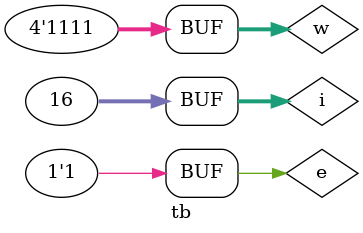
<source format=v>
`timescale 1ns / 1ps


module tb;

	// Inputs
	reg e;
	reg [3:0] w;

	// Outputs
	wire [15:0] y;

	// Instantiate the Unit Under Test (UUT)
	decoder4to16_high uut (
		.e(e), 
		.w(w), 
		.y(y)
	);
	integer i;
	initial begin
		// Initialize Inputs
		e = 0;
		#100;
		
		e = 1;
		for (i=0;i<16;i=i+1)
		begin
			w = i;
			#100;
      end  

	end
      
endmodule


</source>
